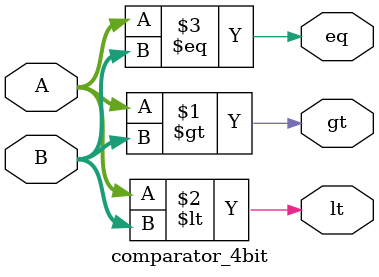
<source format=v>
module comparator_4bit (
    input  [3:0] A,
    input  [3:0] B,
    output gt,
    output lt,
    output eq
);

assign gt = (A > B);
assign lt = (A < B);
assign eq = (A == B);

endmodule

</source>
